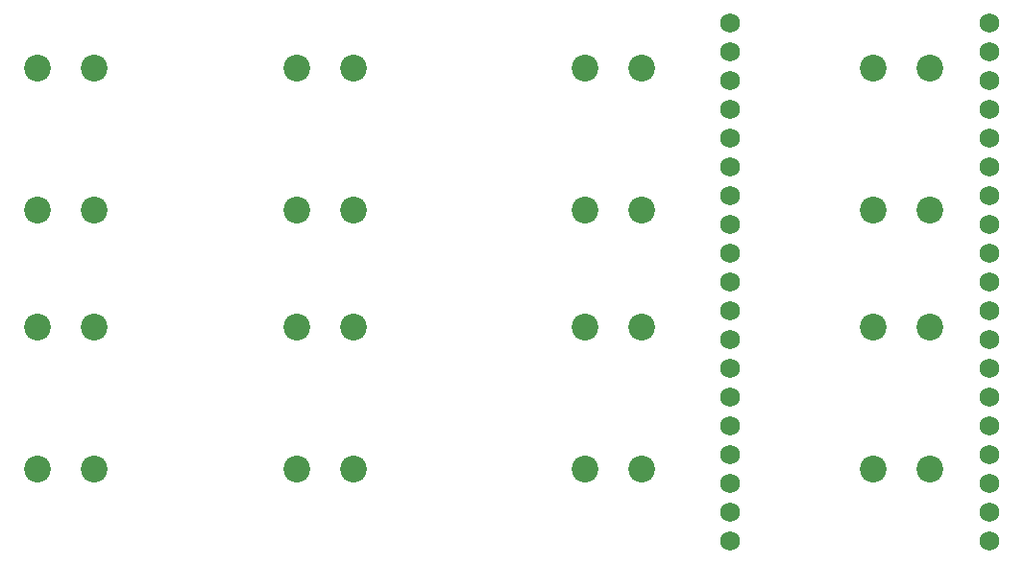
<source format=gts>
G04 Layer: TopSolderMaskLayer*
G04 EasyEDA v6.4.14, 2021-02-05T01:12:07+07:00*
G04 a11fb1351f8b4d80ab88c56e364234f4,ed1066999ab64682bb259e5b7afb0417,10*
G04 Gerber Generator version 0.2*
G04 Scale: 100 percent, Rotated: No, Reflected: No *
G04 Dimensions in millimeters *
G04 leading zeros omitted , absolute positions ,4 integer and 5 decimal *
%FSLAX45Y45*%
%MOMM*%

%ADD20C,2.3622*%
%ADD21C,1.7272*%

%LPD*%
D20*
G01*
X1507286Y4701692D03*
G01*
X1007313Y4701692D03*
G01*
X1007313Y3451707D03*
G01*
X1507286Y3451707D03*
G01*
X3793286Y4701692D03*
G01*
X3293313Y4701692D03*
G01*
X3293313Y3451707D03*
G01*
X3793286Y3451707D03*
G01*
X6333286Y4701692D03*
G01*
X5833313Y4701692D03*
G01*
X5833313Y3451707D03*
G01*
X6333286Y3451707D03*
G01*
X8873286Y4701692D03*
G01*
X8373313Y4701692D03*
G01*
X8373313Y3451707D03*
G01*
X8873286Y3451707D03*
G01*
X3293313Y1165707D03*
G01*
X3793286Y1165707D03*
G01*
X3793286Y2415692D03*
G01*
X3293313Y2415692D03*
G01*
X1007313Y1165707D03*
G01*
X1507286Y1165707D03*
G01*
X1507286Y2415692D03*
G01*
X1007313Y2415692D03*
G01*
X5833313Y1165707D03*
G01*
X6333286Y1165707D03*
G01*
X6333286Y2415692D03*
G01*
X5833313Y2415692D03*
G01*
X8373313Y1165707D03*
G01*
X8873286Y1165707D03*
G01*
X8873286Y2415692D03*
G01*
X8373313Y2415692D03*
D21*
G01*
X7112000Y533400D03*
G01*
X7112000Y787400D03*
G01*
X7112000Y1041400D03*
G01*
X7112000Y1295400D03*
G01*
X7112000Y1549400D03*
G01*
X7112000Y1803400D03*
G01*
X7112000Y2057400D03*
G01*
X7112000Y2311400D03*
G01*
X7112000Y2565400D03*
G01*
X7112000Y2819400D03*
G01*
X7112000Y3073400D03*
G01*
X7112000Y3327400D03*
G01*
X7112000Y3581400D03*
G01*
X7112000Y3835400D03*
G01*
X7112000Y4089400D03*
G01*
X7112000Y4343400D03*
G01*
X7112000Y4597400D03*
G01*
X7112000Y4851400D03*
G01*
X7112000Y5105400D03*
G01*
X9398000Y5105400D03*
G01*
X9398000Y4851400D03*
G01*
X9398000Y4597400D03*
G01*
X9398000Y4343400D03*
G01*
X9398000Y4089400D03*
G01*
X9398000Y3835400D03*
G01*
X9398000Y3581400D03*
G01*
X9398000Y3327400D03*
G01*
X9398000Y3073400D03*
G01*
X9398000Y2819400D03*
G01*
X9398000Y2565400D03*
G01*
X9398000Y2311400D03*
G01*
X9398000Y2057400D03*
G01*
X9398000Y1803400D03*
G01*
X9398000Y1549400D03*
G01*
X9398000Y1295400D03*
G01*
X9398000Y1041400D03*
G01*
X9398000Y787400D03*
G01*
X9398000Y533400D03*
M02*

</source>
